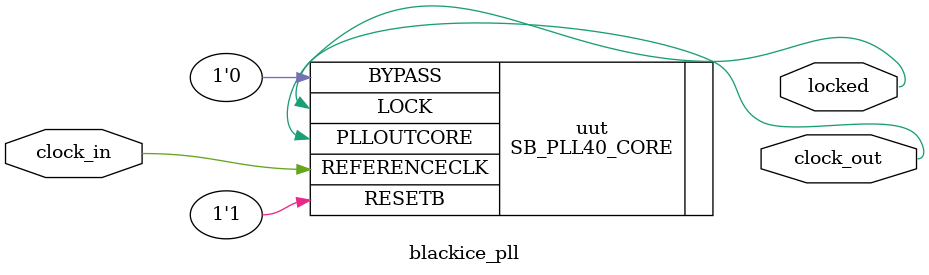
<source format=v>
/**
 * PLL configuration
 *
 * This Verilog module was generated automatically
 * using the icepll tool from the IceStorm project.
 * Use at your own risk.
 *
 * Given input frequency:       100.000 MHz
 * Requested output frequency:   50.000 MHz
 * Achieved output frequency:    50.000 MHz
 */

module blackice_pll(
	input  clock_in,
	output clock_out,
	output locked
	);

SB_PLL40_CORE #(
		.FEEDBACK_PATH("SIMPLE"),
		.DIVR(4'b0000),		// DIVR =  0
		.DIVF(7'b0000111),	// DIVF =  7
		.DIVQ(3'b100),		// DIVQ =  4
		.FILTER_RANGE(3'b101)	// FILTER_RANGE = 5
	) uut (
		.LOCK(locked),
		.RESETB(1'b1),
		.BYPASS(1'b0),
		.REFERENCECLK(clock_in),
		.PLLOUTCORE(clock_out)
		);

endmodule

</source>
